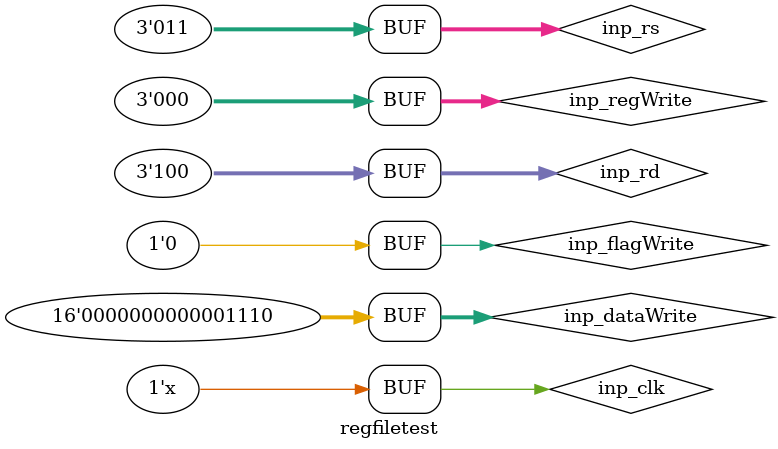
<source format=v>
`timescale 1ns / 1ps


module regfiletest;

	// Inputs
	reg inp_clk;
	reg inp_flagWrite;
	reg [15:0] inp_dataWrite;
	reg [2:0] inp_regWrite;
	reg [2:0] inp_rs;
	reg [2:0] inp_rd;

	// Outputs
	wire [15:0] out_readdata1;
	wire [15:0] out_readData2;

	// Instantiate the Unit Under Test (UUT)
	registerFile uut (
		.inp_clk(inp_clk), 
		.inp_flagWrite(inp_flagWrite), 
		.inp_dataWrite(inp_dataWrite), 
		.inp_regWrite(inp_regWrite), 
		.inp_rs(inp_rs), 
		.inp_rd(inp_rd), 
		.out_readdata1(out_readdata1), 
		.out_readData2(out_readData2)
	);

	initial begin
		// Initialize Inputs
		inp_clk = 0;
		inp_flagWrite = 0;
		inp_dataWrite = 12;
		inp_regWrite = 0;
		inp_rs = 1;
		inp_rd = 2;

		// Wait 100 ns for global reset to finish
		#100;
      inp_rs = 1;
		inp_rd = 2;
		inp_regWrite =3;
		#100;
      inp_rs = 3;
		inp_rd = 4;
		inp_regWrite =5;
		#100;
      inp_rs = 5;
		inp_rd = 6;
		inp_regWrite =1;
		inp_flagWrite = 1;
		#100
		
		inp_flagWrite = 0;
		inp_rs = 1;
		inp_rd = 2;
		inp_regWrite =3;
		
		#100
		inp_dataWrite = 14;
		inp_flagWrite = 1;
		inp_rs = 3;
		inp_rd = 4;
		inp_regWrite =3;
		
		
		#100
		inp_flagWrite = 1;
		inp_rs = 3;
		inp_rd = 4;
		inp_regWrite =3;
		#100
		inp_flagWrite = 0;
		inp_rs = 3;
		inp_rd = 6;
		inp_regWrite =6;
		#100
		inp_flagWrite = 1;
		#100
		inp_flagWrite = 0;
		inp_rs = 3;
		inp_rd = 4;
		inp_regWrite =0;
		#100
		inp_flagWrite = 1;
		inp_rs = 3;
		inp_rd = 4;
		inp_regWrite =0;
		#100
		inp_flagWrite = 0;
		
		
		// Add stimulus here

	end
	
	always 
	begin
	#20
	inp_clk = ~inp_clk;
	$display(out_readdata1);
	$display("STATEMENT 1 :: time is %0t",$time); 
	end
      
endmodule


</source>
